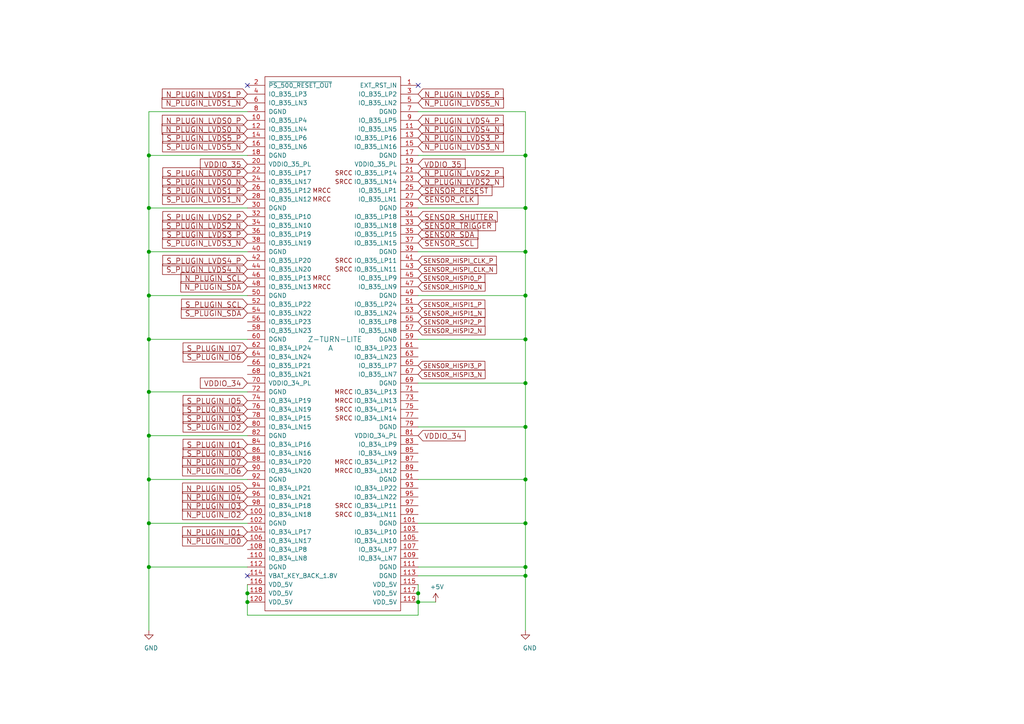
<source format=kicad_sch>
(kicad_sch (version 20201015) (generator eeschema)
  (paper "A4")
  (lib_symbols
    (symbol "power:+5V" (power) (pin_names (offset 0))
      (property "Value" "+5V" (at 0 3.556 0))
      (symbol "+5V_0_1"
        (polyline (pts (xy -0.762 1.27) (xy 0 2.54)))
        (polyline (pts (xy 0 0) (xy 0 2.54)))
        (polyline (pts (xy 0 2.54) (xy 0.762 1.27)))
      )
      (symbol "+5V_1_1"
        (pin power_in line (at 0 0 90) (length 0) hide (name "+5V") (number "1"))
      )
    )
    (symbol "power:GND" (power) (pin_names (offset 0))
      (property "Value" "GND" (at 0 -3.81 0))
      (symbol "GND_0_1"
        (polyline (pts (xy 0 0) (xy 0 -1.27) (xy 1.27 -1.27) (xy 0 -2.54) (xy -1.27 -1.27) (xy 0 -1.27)))
      )
      (symbol "GND_1_1"
        (pin power_in line (at 0 0 270) (length 0) hide (name "GND") (number "1"))
      )
    )
    (symbol "z-turn-lite:Z-TURN-LITE" (pin_names (offset 1.016))
      (property "Reference" "A" (at 1.27 -2.54 0))
      (property "Value" "Z-TURN-LITE" (at 2.54 0 0))
      (symbol "Z-TURN-LITE_0_0"
        (text "SRCC" (at 5.08 -50.8 0) (effects (font (size 1.27 1.27))))
        (text "SRCC" (at 5.08 -48.26 0) (effects (font (size 1.27 1.27))))
        (text "SRCC" (at 5.08 -22.86 0) (effects (font (size 1.27 1.27))))
        (text "SRCC" (at 5.08 -20.32 0) (effects (font (size 1.27 1.27))))
        (text "MRCC" (at 5.08 -35.56 0) (effects (font (size 1.27 1.27))))
        (text "MRCC" (at 5.08 -38.1 0) (effects (font (size 1.27 1.27))))
        (text "MRCC" (at 5.08 -15.24 0) (effects (font (size 1.27 1.27))))
        (text "MRCC" (at 5.08 -17.78 0) (effects (font (size 1.27 1.27))))
        (text "SRCC" (at 5.08 45.72 0) (effects (font (size 1.27 1.27))))
        (text "SRCC" (at 5.08 48.26 0) (effects (font (size 1.27 1.27))))
        (text "SRCC" (at 5.08 20.32 0) (effects (font (size 1.27 1.27))))
        (text "SRCC" (at 5.08 22.86 0) (effects (font (size 1.27 1.27))))
        (text "MRCC" (at -1.27 43.18 0) (effects (font (size 1.27 1.27))))
        (text "MRCC" (at -1.27 40.64 0) (effects (font (size 1.27 1.27))))
        (text "MRCC" (at -1.27 17.78 0) (effects (font (size 1.27 1.27))))
        (text "MRCC" (at -1.27 15.24 0) (effects (font (size 1.27 1.27))))
      )
      (symbol "Z-TURN-LITE_0_1"
        (rectangle (start -17.78 76.2) (end 21.59 -78.74))
      )
      (symbol "Z-TURN-LITE_1_1"
        (pin input line (at 26.67 73.66 180) (length 5.08) (name "EXT_RST_IN") (number "1"))
        (pin bidirectional line (at -22.86 63.5 0) (length 5.08) (name "IO_B35_LP4") (number "10"))
        (pin bidirectional line (at -22.86 -50.8 0) (length 5.08) (name "IO_B34_LN18") (number "100"))
        (pin power_out line (at 26.67 -53.34 180) (length 5.08) (name "DGND") (number "101"))
        (pin power_out line (at -22.86 -53.34 0) (length 5.08) (name "DGND") (number "102"))
        (pin bidirectional line (at 26.67 -55.88 180) (length 5.08) (name "IO_B34_LP10") (number "103"))
        (pin bidirectional line (at -22.86 -55.88 0) (length 5.08) (name "IO_B34_LP17") (number "104"))
        (pin bidirectional line (at 26.67 -58.42 180) (length 5.08) (name "IO_B34_LN10") (number "105"))
        (pin bidirectional line (at -22.86 -58.42 0) (length 5.08) (name "IO_B34_LN17") (number "106"))
        (pin bidirectional line (at 26.67 -60.96 180) (length 5.08) (name "IO_B34_LP7") (number "107"))
        (pin bidirectional line (at -22.86 -60.96 0) (length 5.08) (name "IO_B34_LP8") (number "108"))
        (pin bidirectional line (at 26.67 -63.5 180) (length 5.08) (name "IO_B34_LN7") (number "109"))
        (pin bidirectional line (at 26.67 60.96 180) (length 5.08) (name "IO_B35_LN5") (number "11"))
        (pin bidirectional line (at -22.86 -63.5 0) (length 5.08) (name "IO_B34_LN8") (number "110"))
        (pin power_out line (at 26.67 -66.04 180) (length 5.08) (name "DGND") (number "111"))
        (pin power_out line (at -22.86 -66.04 0) (length 5.08) (name "DGND") (number "112"))
        (pin power_out line (at 26.67 -68.58 180) (length 5.08) (name "DGND") (number "113"))
        (pin bidirectional line (at -22.86 -68.58 0) (length 5.08) (name "VBAT_KEY_BACK_1.8V") (number "114"))
        (pin power_out line (at 26.67 -71.12 180) (length 5.08) (name "VDD_5V") (number "115"))
        (pin power_out line (at -22.86 -71.12 0) (length 5.08) (name "VDD_5V") (number "116"))
        (pin power_out line (at 26.67 -73.66 180) (length 5.08) (name "VDD_5V") (number "117"))
        (pin power_out line (at -22.86 -73.66 0) (length 5.08) (name "VDD_5V") (number "118"))
        (pin power_out line (at 26.67 -76.2 180) (length 5.08) (name "VDD_5V") (number "119"))
        (pin bidirectional line (at -22.86 60.96 0) (length 5.08) (name "IO_B35_LN4") (number "12"))
        (pin power_out line (at -22.86 -76.2 0) (length 5.08) (name "VDD_5V") (number "120"))
        (pin bidirectional line (at 26.67 58.42 180) (length 5.08) (name "IO_B35_LP16") (number "13"))
        (pin bidirectional line (at -22.86 58.42 0) (length 5.08) (name "IO_B35_LP6") (number "14"))
        (pin bidirectional line (at 26.67 55.88 180) (length 5.08) (name "IO_B35_LN16") (number "15"))
        (pin bidirectional line (at -22.86 55.88 0) (length 5.08) (name "IO_B35_LN6") (number "16"))
        (pin power_out line (at 26.67 53.34 180) (length 5.08) (name "DGND") (number "17"))
        (pin power_out line (at -22.86 53.34 0) (length 5.08) (name "DGND") (number "18"))
        (pin power_out line (at 26.67 50.8 180) (length 5.08) (name "VDDIO_35_PL") (number "19"))
        (pin bidirectional line (at -22.86 73.66 0) (length 5.08) (name "~PS_500_RESET_OUT") (number "2"))
        (pin power_out line (at -22.86 50.8 0) (length 5.08) (name "VDDIO_35_PL") (number "20"))
        (pin bidirectional line (at 26.67 48.26 180) (length 5.08) (name "IO_B35_LP14") (number "21"))
        (pin bidirectional line (at -22.86 48.26 0) (length 5.08) (name "IO_B35_LP17") (number "22"))
        (pin bidirectional line (at 26.67 45.72 180) (length 5.08) (name "IO_B35_LN14") (number "23"))
        (pin bidirectional line (at -22.86 45.72 0) (length 5.08) (name "IO_B35_LN17") (number "24"))
        (pin bidirectional line (at 26.67 43.18 180) (length 5.08) (name "IO_B35_LP1") (number "25"))
        (pin bidirectional line (at -22.86 43.18 0) (length 5.08) (name "IO_B35_LP12") (number "26"))
        (pin bidirectional line (at 26.67 40.64 180) (length 5.08) (name "IO_B35_LN1") (number "27"))
        (pin bidirectional line (at -22.86 40.64 0) (length 5.08) (name "IO_B35_LN12") (number "28"))
        (pin power_out line (at 26.67 38.1 180) (length 5.08) (name "DGND") (number "29"))
        (pin bidirectional line (at 26.67 71.12 180) (length 5.08) (name "IO_B35_LP2") (number "3"))
        (pin power_out line (at -22.86 38.1 0) (length 5.08) (name "DGND") (number "30"))
        (pin bidirectional line (at 26.67 35.56 180) (length 5.08) (name "IO_B35_LP18") (number "31"))
        (pin bidirectional line (at -22.86 35.56 0) (length 5.08) (name "IO_B35_LP10") (number "32"))
        (pin bidirectional line (at 26.67 33.02 180) (length 5.08) (name "IO_B35_LN18") (number "33"))
        (pin bidirectional line (at -22.86 33.02 0) (length 5.08) (name "IO_B35_LN10") (number "34"))
        (pin bidirectional line (at 26.67 30.48 180) (length 5.08) (name "IO_B35_LP15") (number "35"))
        (pin bidirectional line (at -22.86 30.48 0) (length 5.08) (name "IO_B35_LP19") (number "36"))
        (pin bidirectional line (at 26.67 27.94 180) (length 5.08) (name "IO_B35_LN15") (number "37"))
        (pin bidirectional line (at -22.86 27.94 0) (length 5.08) (name "IO_B35_LN19") (number "38"))
        (pin power_out line (at 26.67 25.4 180) (length 5.08) (name "DGND") (number "39"))
        (pin bidirectional line (at -22.86 71.12 0) (length 5.08) (name "IO_B35_LP3") (number "4"))
        (pin power_out line (at -22.86 25.4 0) (length 5.08) (name "DGND") (number "40"))
        (pin bidirectional line (at 26.67 22.86 180) (length 5.08) (name "IO_B35_LP11") (number "41"))
        (pin bidirectional line (at -22.86 22.86 0) (length 5.08) (name "IO_B35_LP20") (number "42"))
        (pin bidirectional line (at 26.67 20.32 180) (length 5.08) (name "IO_B35_LN11") (number "43"))
        (pin bidirectional line (at -22.86 20.32 0) (length 5.08) (name "IO_B35_LN20") (number "44"))
        (pin bidirectional line (at 26.67 17.78 180) (length 5.08) (name "IO_B35_LP9") (number "45"))
        (pin bidirectional line (at -22.86 17.78 0) (length 5.08) (name "IO_B35_LP13") (number "46"))
        (pin bidirectional line (at 26.67 15.24 180) (length 5.08) (name "IO_B35_LN9") (number "47"))
        (pin bidirectional line (at -22.86 15.24 0) (length 5.08) (name "IO_B35_LN13") (number "48"))
        (pin power_out line (at 26.67 12.7 180) (length 5.08) (name "DGND") (number "49"))
        (pin bidirectional line (at 26.67 68.58 180) (length 5.08) (name "IO_B35_LN2") (number "5"))
        (pin power_out line (at -22.86 12.7 0) (length 5.08) (name "DGND") (number "50"))
        (pin bidirectional line (at 26.67 10.16 180) (length 5.08) (name "IO_B35_LP24") (number "51"))
        (pin bidirectional line (at -22.86 10.16 0) (length 5.08) (name "IO_B35_LP22") (number "52"))
        (pin bidirectional line (at 26.67 7.62 180) (length 5.08) (name "IO_B35_LN24") (number "53"))
        (pin bidirectional line (at -22.86 7.62 0) (length 5.08) (name "IO_B35_LN22") (number "54"))
        (pin bidirectional line (at 26.67 5.08 180) (length 5.08) (name "IO_B35_LP8") (number "55"))
        (pin bidirectional line (at -22.86 5.08 0) (length 5.08) (name "IO_B35_LP23") (number "56"))
        (pin bidirectional line (at 26.67 2.54 180) (length 5.08) (name "IO_B35_LN8") (number "57"))
        (pin bidirectional line (at -22.86 2.54 0) (length 5.08) (name "IO_B35_LN23") (number "58"))
        (pin power_out line (at 26.67 0 180) (length 5.08) (name "DGND") (number "59"))
        (pin bidirectional line (at -22.86 68.58 0) (length 5.08) (name "IO_B35_LN3") (number "6"))
        (pin power_out line (at -22.86 0 0) (length 5.08) (name "DGND") (number "60"))
        (pin bidirectional line (at 26.67 -2.54 180) (length 5.08) (name "IO_B34_LP23") (number "61"))
        (pin bidirectional line (at -22.86 -2.54 0) (length 5.08) (name "IO_B34_LP24") (number "62"))
        (pin bidirectional line (at 26.67 -5.08 180) (length 5.08) (name "IO_B34_LN23") (number "63"))
        (pin bidirectional line (at -22.86 -5.08 0) (length 5.08) (name "IO_B34_LN24") (number "64"))
        (pin bidirectional line (at 26.67 -7.62 180) (length 5.08) (name "IO_B35_LP7") (number "65"))
        (pin bidirectional line (at -22.86 -7.62 0) (length 5.08) (name "IO_B35_LP21") (number "66"))
        (pin bidirectional line (at 26.67 -10.16 180) (length 5.08) (name "IO_B35_LN7") (number "67"))
        (pin bidirectional line (at -22.86 -10.16 0) (length 5.08) (name "IO_B35_LN21") (number "68"))
        (pin power_out line (at 26.67 -12.7 180) (length 5.08) (name "DGND") (number "69"))
        (pin power_out line (at 26.67 66.04 180) (length 5.08) (name "DGND") (number "7"))
        (pin power_out line (at -22.86 -12.7 0) (length 5.08) (name "VDDIO_34_PL") (number "70"))
        (pin bidirectional line (at 26.67 -15.24 180) (length 5.08) (name "IO_B34_LP13") (number "71"))
        (pin power_out line (at -22.86 -15.24 0) (length 5.08) (name "DGND") (number "72"))
        (pin bidirectional line (at 26.67 -17.78 180) (length 5.08) (name "IO_B34_LN13") (number "73"))
        (pin bidirectional line (at -22.86 -17.78 0) (length 5.08) (name "IO_B34_LP19") (number "74"))
        (pin bidirectional line (at 26.67 -20.32 180) (length 5.08) (name "IO_B34_LP14") (number "75"))
        (pin bidirectional line (at -22.86 -20.32 0) (length 5.08) (name "IO_B34_LN19") (number "76"))
        (pin bidirectional line (at 26.67 -22.86 180) (length 5.08) (name "IO_B34_LN14") (number "77"))
        (pin bidirectional line (at -22.86 -22.86 0) (length 5.08) (name "IO_B34_LP15") (number "78"))
        (pin power_out line (at 26.67 -25.4 180) (length 5.08) (name "DGND") (number "79"))
        (pin power_out line (at -22.86 66.04 0) (length 5.08) (name "DGND") (number "8"))
        (pin bidirectional line (at -22.86 -25.4 0) (length 5.08) (name "IO_B34_LN15") (number "80"))
        (pin power_out line (at 26.67 -27.94 180) (length 5.08) (name "VDDIO_34_PL") (number "81"))
        (pin power_out line (at -22.86 -27.94 0) (length 5.08) (name "DGND") (number "82"))
        (pin bidirectional line (at 26.67 -30.48 180) (length 5.08) (name "IO_B34_LP9") (number "83"))
        (pin bidirectional line (at -22.86 -30.48 0) (length 5.08) (name "IO_B34_LP16") (number "84"))
        (pin bidirectional line (at 26.67 -33.02 180) (length 5.08) (name "IO_B34_LN9") (number "85"))
        (pin bidirectional line (at -22.86 -33.02 0) (length 5.08) (name "IO_B34_LN16") (number "86"))
        (pin bidirectional line (at 26.67 -35.56 180) (length 5.08) (name "IO_B34_LP12") (number "87"))
        (pin bidirectional line (at -22.86 -35.56 0) (length 5.08) (name "IO_B34_LP20") (number "88"))
        (pin bidirectional line (at 26.67 -38.1 180) (length 5.08) (name "IO_B34_LN12") (number "89"))
        (pin bidirectional line (at 26.67 63.5 180) (length 5.08) (name "IO_B35_LP5") (number "9"))
        (pin bidirectional line (at -22.86 -38.1 0) (length 5.08) (name "IO_B34_LN20") (number "90"))
        (pin power_out line (at 26.67 -40.64 180) (length 5.08) (name "DGND") (number "91"))
        (pin power_out line (at -22.86 -40.64 0) (length 5.08) (name "DGND") (number "92"))
        (pin bidirectional line (at 26.67 -43.18 180) (length 5.08) (name "IO_B34_LP22") (number "93"))
        (pin bidirectional line (at -22.86 -43.18 0) (length 5.08) (name "IO_B34_LP21") (number "94"))
        (pin bidirectional line (at 26.67 -45.72 180) (length 5.08) (name "IO_B34_LN22") (number "95"))
        (pin bidirectional line (at -22.86 -45.72 0) (length 5.08) (name "IO_B34_LN21") (number "96"))
        (pin bidirectional line (at 26.67 -48.26 180) (length 5.08) (name "IO_B34_LP11") (number "97"))
        (pin bidirectional line (at -22.86 -48.26 0) (length 5.08) (name "IO_B34_LP18") (number "98"))
        (pin bidirectional line (at 26.67 -50.8 180) (length 5.08) (name "IO_B34_LN11") (number "99"))
      )
    )
  )
  (junction (at 43.18 45.085) (diameter 1.016))
  (junction (at 43.18 60.325) (diameter 1.016))
  (junction (at 43.18 73.025) (diameter 1.016))
  (junction (at 43.18 85.725) (diameter 1.016))
  (junction (at 43.18 98.425) (diameter 1.016))
  (junction (at 43.18 113.665) (diameter 1.016))
  (junction (at 43.18 126.365) (diameter 1.016))
  (junction (at 43.18 139.065) (diameter 1.016))
  (junction (at 43.18 151.765) (diameter 1.016))
  (junction (at 43.18 164.465) (diameter 1.016))
  (junction (at 71.755 172.085) (diameter 1.016))
  (junction (at 71.755 174.625) (diameter 1.016))
  (junction (at 121.285 172.085) (diameter 1.016))
  (junction (at 121.285 174.625) (diameter 1.016))
  (junction (at 152.4 45.085) (diameter 1.016))
  (junction (at 152.4 60.325) (diameter 1.016))
  (junction (at 152.4 73.025) (diameter 1.016))
  (junction (at 152.4 85.725) (diameter 1.016))
  (junction (at 152.4 98.425) (diameter 1.016))
  (junction (at 152.4 111.125) (diameter 1.016))
  (junction (at 152.4 123.825) (diameter 1.016))
  (junction (at 152.4 139.065) (diameter 1.016))
  (junction (at 152.4 151.765) (diameter 1.016))
  (junction (at 152.4 164.465) (diameter 1.016))
  (junction (at 152.4 167.005) (diameter 1.016))
  (no_connect (at 71.755 24.765))
  (no_connect (at 71.755 167.005))
  (no_connect (at 121.285 24.765))
  (wire (pts (xy 43.18 32.385) (xy 43.18 45.085)))
  (wire (pts (xy 43.18 32.385) (xy 71.755 32.385)))
  (wire (pts (xy 43.18 45.085) (xy 43.18 60.325)))
  (wire (pts (xy 43.18 45.085) (xy 71.755 45.085)))
  (wire (pts (xy 43.18 60.325) (xy 43.18 73.025)))
  (wire (pts (xy 43.18 60.325) (xy 71.755 60.325)))
  (wire (pts (xy 43.18 73.025) (xy 43.18 85.725)))
  (wire (pts (xy 43.18 73.025) (xy 71.755 73.025)))
  (wire (pts (xy 43.18 85.725) (xy 43.18 98.425)))
  (wire (pts (xy 43.18 85.725) (xy 71.755 85.725)))
  (wire (pts (xy 43.18 98.425) (xy 43.18 113.665)))
  (wire (pts (xy 43.18 98.425) (xy 71.755 98.425)))
  (wire (pts (xy 43.18 113.665) (xy 43.18 126.365)))
  (wire (pts (xy 43.18 113.665) (xy 71.755 113.665)))
  (wire (pts (xy 43.18 126.365) (xy 43.18 139.065)))
  (wire (pts (xy 43.18 126.365) (xy 71.755 126.365)))
  (wire (pts (xy 43.18 139.065) (xy 43.18 151.765)))
  (wire (pts (xy 43.18 139.065) (xy 71.755 139.065)))
  (wire (pts (xy 43.18 151.765) (xy 43.18 164.465)))
  (wire (pts (xy 43.18 151.765) (xy 71.755 151.765)))
  (wire (pts (xy 43.18 164.465) (xy 43.18 182.88)))
  (wire (pts (xy 43.18 164.465) (xy 71.755 164.465)))
  (wire (pts (xy 71.755 169.545) (xy 71.755 172.085)))
  (wire (pts (xy 71.755 172.085) (xy 71.755 174.625)))
  (wire (pts (xy 71.755 174.625) (xy 71.755 178.435)))
  (wire (pts (xy 71.755 178.435) (xy 121.285 178.435)))
  (wire (pts (xy 121.285 32.385) (xy 152.4 32.385)))
  (wire (pts (xy 121.285 45.085) (xy 152.4 45.085)))
  (wire (pts (xy 121.285 60.325) (xy 152.4 60.325)))
  (wire (pts (xy 121.285 73.025) (xy 152.4 73.025)))
  (wire (pts (xy 121.285 85.725) (xy 152.4 85.725)))
  (wire (pts (xy 121.285 98.425) (xy 152.4 98.425)))
  (wire (pts (xy 121.285 111.125) (xy 152.4 111.125)))
  (wire (pts (xy 121.285 123.825) (xy 152.4 123.825)))
  (wire (pts (xy 121.285 139.065) (xy 152.4 139.065)))
  (wire (pts (xy 121.285 151.765) (xy 152.4 151.765)))
  (wire (pts (xy 121.285 164.465) (xy 152.4 164.465)))
  (wire (pts (xy 121.285 167.005) (xy 152.4 167.005)))
  (wire (pts (xy 121.285 169.545) (xy 121.285 172.085)))
  (wire (pts (xy 121.285 172.085) (xy 121.285 174.625)))
  (wire (pts (xy 121.285 174.625) (xy 126.365 174.625)))
  (wire (pts (xy 121.285 178.435) (xy 121.285 174.625)))
  (wire (pts (xy 152.4 32.385) (xy 152.4 45.085)))
  (wire (pts (xy 152.4 45.085) (xy 152.4 60.325)))
  (wire (pts (xy 152.4 60.325) (xy 152.4 73.025)))
  (wire (pts (xy 152.4 73.025) (xy 152.4 85.725)))
  (wire (pts (xy 152.4 85.725) (xy 152.4 98.425)))
  (wire (pts (xy 152.4 98.425) (xy 152.4 111.125)))
  (wire (pts (xy 152.4 111.125) (xy 152.4 123.825)))
  (wire (pts (xy 152.4 123.825) (xy 152.4 139.065)))
  (wire (pts (xy 152.4 139.065) (xy 152.4 151.765)))
  (wire (pts (xy 152.4 151.765) (xy 152.4 164.465)))
  (wire (pts (xy 152.4 164.465) (xy 152.4 167.005)))
  (wire (pts (xy 152.4 167.005) (xy 152.4 182.88)))
  (global_label "N_PLUGIN_LVDS1_P" (shape input) (at 71.755 27.305 180) (property "Intersheet References" "${INTERSHEET_REFS}" (effects hide)) (effects (font (size 1.524 1.524))))
  (global_label "N_PLUGIN_LVDS1_N" (shape input) (at 71.755 29.845 180) (property "Intersheet References" "${INTERSHEET_REFS}" (effects hide)) (effects (font (size 1.524 1.524))))
  (global_label "N_PLUGIN_LVDS0_P" (shape input) (at 71.755 34.925 180) (property "Intersheet References" "${INTERSHEET_REFS}" (effects hide)) (effects (font (size 1.524 1.524))))
  (global_label "N_PLUGIN_LVDS0_N" (shape input) (at 71.755 37.465 180) (property "Intersheet References" "${INTERSHEET_REFS}" (effects hide)) (effects (font (size 1.524 1.524))))
  (global_label "S_PLUGIN_LVDS5_P" (shape input) (at 71.755 40.005 180) (property "Intersheet References" "${INTERSHEET_REFS}" (effects hide)) (effects (font (size 1.524 1.524))))
  (global_label "S_PLUGIN_LVDS5_N" (shape input) (at 71.755 42.545 180) (property "Intersheet References" "${INTERSHEET_REFS}" (effects hide)) (effects (font (size 1.524 1.524))))
  (global_label "VDDIO_35" (shape input) (at 71.755 47.625 180) (property "Intersheet References" "${INTERSHEET_REFS}" (effects hide)) (effects (font (size 1.524 1.524))))
  (global_label "S_PLUGIN_LVDS0_P" (shape input) (at 71.755 50.165 180) (property "Intersheet References" "${INTERSHEET_REFS}" (effects hide)) (effects (font (size 1.524 1.524))))
  (global_label "S_PLUGIN_LVDS0_N" (shape input) (at 71.755 52.705 180) (property "Intersheet References" "${INTERSHEET_REFS}" (effects hide)) (effects (font (size 1.524 1.524))))
  (global_label "S_PLUGIN_LVDS1_P" (shape input) (at 71.755 55.245 180) (property "Intersheet References" "${INTERSHEET_REFS}" (effects hide)) (effects (font (size 1.524 1.524))))
  (global_label "S_PLUGIN_LVDS1_N" (shape input) (at 71.755 57.785 180) (property "Intersheet References" "${INTERSHEET_REFS}" (effects hide)) (effects (font (size 1.524 1.524))))
  (global_label "S_PLUGIN_LVDS2_P" (shape input) (at 71.755 62.865 180) (property "Intersheet References" "${INTERSHEET_REFS}" (effects hide)) (effects (font (size 1.524 1.524))))
  (global_label "S_PLUGIN_LVDS2_N" (shape input) (at 71.755 65.405 180) (property "Intersheet References" "${INTERSHEET_REFS}" (effects hide)) (effects (font (size 1.524 1.524))))
  (global_label "S_PLUGIN_LVDS3_P" (shape input) (at 71.755 67.945 180) (property "Intersheet References" "${INTERSHEET_REFS}" (effects hide)) (effects (font (size 1.524 1.524))))
  (global_label "S_PLUGIN_LVDS3_N" (shape input) (at 71.755 70.485 180) (property "Intersheet References" "${INTERSHEET_REFS}" (effects hide)) (effects (font (size 1.524 1.524))))
  (global_label "S_PLUGIN_LVDS4_P" (shape input) (at 71.755 75.565 180) (property "Intersheet References" "${INTERSHEET_REFS}" (effects hide)) (effects (font (size 1.524 1.524))))
  (global_label "S_PLUGIN_LVDS4_N" (shape input) (at 71.755 78.105 180) (property "Intersheet References" "${INTERSHEET_REFS}" (effects hide)) (effects (font (size 1.524 1.524))))
  (global_label "N_PLUGIN_SCL" (shape input) (at 71.755 80.645 180) (property "Intersheet References" "${INTERSHEET_REFS}" (effects hide)) (effects (font (size 1.524 1.524))))
  (global_label "N_PLUGIN_SDA" (shape input) (at 71.755 83.185 180) (property "Intersheet References" "${INTERSHEET_REFS}" (effects hide)) (effects (font (size 1.524 1.524))))
  (global_label "S_PLUGIN_SCL" (shape input) (at 71.755 88.265 180) (property "Intersheet References" "${INTERSHEET_REFS}" (effects hide)) (effects (font (size 1.524 1.524))))
  (global_label "S_PLUGIN_SDA" (shape input) (at 71.755 90.805 180) (property "Intersheet References" "${INTERSHEET_REFS}" (effects hide)) (effects (font (size 1.524 1.524))))
  (global_label "S_PLUGIN_IO7" (shape input) (at 71.755 100.965 180) (property "Intersheet References" "${INTERSHEET_REFS}" (effects hide)) (effects (font (size 1.524 1.524))))
  (global_label "S_PLUGIN_IO6" (shape input) (at 71.755 103.505 180) (property "Intersheet References" "${INTERSHEET_REFS}" (effects hide)) (effects (font (size 1.524 1.524))))
  (global_label "VDDIO_34" (shape input) (at 71.755 111.125 180) (property "Intersheet References" "${INTERSHEET_REFS}" (effects hide)) (effects (font (size 1.524 1.524))))
  (global_label "S_PLUGIN_IO5" (shape input) (at 71.755 116.205 180) (property "Intersheet References" "${INTERSHEET_REFS}" (effects hide)) (effects (font (size 1.524 1.524))))
  (global_label "S_PLUGIN_IO4" (shape input) (at 71.755 118.745 180) (property "Intersheet References" "${INTERSHEET_REFS}" (effects hide)) (effects (font (size 1.524 1.524))))
  (global_label "S_PLUGIN_IO3" (shape input) (at 71.755 121.285 180) (property "Intersheet References" "${INTERSHEET_REFS}" (effects hide)) (effects (font (size 1.524 1.524))))
  (global_label "S_PLUGIN_IO2" (shape input) (at 71.755 123.825 180) (property "Intersheet References" "${INTERSHEET_REFS}" (effects hide)) (effects (font (size 1.524 1.524))))
  (global_label "S_PLUGIN_IO1" (shape input) (at 71.755 128.905 180) (property "Intersheet References" "${INTERSHEET_REFS}" (effects hide)) (effects (font (size 1.524 1.524))))
  (global_label "S_PLUGIN_IO0" (shape input) (at 71.755 131.445 180) (property "Intersheet References" "${INTERSHEET_REFS}" (effects hide)) (effects (font (size 1.524 1.524))))
  (global_label "N_PLUGIN_IO7" (shape input) (at 71.755 133.985 180) (property "Intersheet References" "${INTERSHEET_REFS}" (effects hide)) (effects (font (size 1.524 1.524))))
  (global_label "N_PLUGIN_IO6" (shape input) (at 71.755 136.525 180) (property "Intersheet References" "${INTERSHEET_REFS}" (effects hide)) (effects (font (size 1.524 1.524))))
  (global_label "N_PLUGIN_IO5" (shape input) (at 71.755 141.605 180) (property "Intersheet References" "${INTERSHEET_REFS}" (effects hide)) (effects (font (size 1.524 1.524))))
  (global_label "N_PLUGIN_IO4" (shape input) (at 71.755 144.145 180) (property "Intersheet References" "${INTERSHEET_REFS}" (effects hide)) (effects (font (size 1.524 1.524))))
  (global_label "N_PLUGIN_IO3" (shape input) (at 71.755 146.685 180) (property "Intersheet References" "${INTERSHEET_REFS}" (effects hide)) (effects (font (size 1.524 1.524))))
  (global_label "N_PLUGIN_IO2" (shape input) (at 71.755 149.225 180) (property "Intersheet References" "${INTERSHEET_REFS}" (effects hide)) (effects (font (size 1.524 1.524))))
  (global_label "N_PLUGIN_IO1" (shape input) (at 71.755 154.305 180) (property "Intersheet References" "${INTERSHEET_REFS}" (effects hide)) (effects (font (size 1.524 1.524))))
  (global_label "N_PLUGIN_IO0" (shape input) (at 71.755 156.845 180) (property "Intersheet References" "${INTERSHEET_REFS}" (effects hide)) (effects (font (size 1.524 1.524))))
  (global_label "N_PLUGIN_LVDS5_P" (shape input) (at 121.285 27.305 0) (property "Intersheet References" "${INTERSHEET_REFS}" (effects hide)) (effects (font (size 1.524 1.524))))
  (global_label "N_PLUGIN_LVDS5_N" (shape input) (at 121.285 29.845 0) (property "Intersheet References" "${INTERSHEET_REFS}" (effects hide)) (effects (font (size 1.524 1.524))))
  (global_label "N_PLUGIN_LVDS4_P" (shape input) (at 121.285 34.925 0) (property "Intersheet References" "${INTERSHEET_REFS}" (effects hide)) (effects (font (size 1.524 1.524))))
  (global_label "N_PLUGIN_LVDS4_N" (shape input) (at 121.285 37.465 0) (property "Intersheet References" "${INTERSHEET_REFS}" (effects hide)) (effects (font (size 1.524 1.524))))
  (global_label "N_PLUGIN_LVDS3_P" (shape input) (at 121.285 40.005 0) (property "Intersheet References" "${INTERSHEET_REFS}" (effects hide)) (effects (font (size 1.524 1.524))))
  (global_label "N_PLUGIN_LVDS3_N" (shape input) (at 121.285 42.545 0) (property "Intersheet References" "${INTERSHEET_REFS}" (effects hide)) (effects (font (size 1.524 1.524))))
  (global_label "VDDIO_35" (shape input) (at 121.285 47.625 0) (property "Intersheet References" "${INTERSHEET_REFS}" (effects hide)) (effects (font (size 1.524 1.524))))
  (global_label "N_PLUGIN_LVDS2_P" (shape input) (at 121.285 50.165 0) (property "Intersheet References" "${INTERSHEET_REFS}" (effects hide)) (effects (font (size 1.524 1.524))))
  (global_label "N_PLUGIN_LVDS2_N" (shape input) (at 121.285 52.705 0) (property "Intersheet References" "${INTERSHEET_REFS}" (effects hide)) (effects (font (size 1.524 1.524))))
  (global_label "SENSOR_RESEST" (shape input) (at 121.285 55.245 0) (property "Intersheet References" "${INTERSHEET_REFS}" (effects hide)) (effects (font (size 1.524 1.524))))
  (global_label "SENSOR_CLK" (shape input) (at 121.285 57.785 0) (property "Intersheet References" "${INTERSHEET_REFS}" (effects hide)) (effects (font (size 1.524 1.524))))
  (global_label "SENSOR_SHUTTER" (shape input) (at 121.285 62.865 0) (property "Intersheet References" "${INTERSHEET_REFS}" (effects hide)) (effects (font (size 1.524 1.524))))
  (global_label "SENSOR_TRIGGER" (shape input) (at 121.285 65.405 0) (property "Intersheet References" "${INTERSHEET_REFS}" (effects hide)) (effects (font (size 1.524 1.524))))
  (global_label "SENSOR_SDA" (shape input) (at 121.285 67.945 0) (property "Intersheet References" "${INTERSHEET_REFS}" (effects hide)) (effects (font (size 1.524 1.524))))
  (global_label "SENSOR_SCL" (shape input) (at 121.285 70.485 0) (property "Intersheet References" "${INTERSHEET_REFS}" (effects hide)) (effects (font (size 1.524 1.524))))
  (global_label "SENSOR_HISPI_CLK_P" (shape input) (at 121.285 75.565 0) (property "Intersheet References" "${INTERSHEET_REFS}" (effects hide)))
  (global_label "SENSOR_HISPI_CLK_N" (shape input) (at 121.285 78.105 0) (property "Intersheet References" "${INTERSHEET_REFS}" (effects hide)))
  (global_label "SENSOR_HISPI0_P" (shape input) (at 121.285 80.645 0) (property "Intersheet References" "${INTERSHEET_REFS}" (effects hide)))
  (global_label "SENSOR_HISPI0_N" (shape input) (at 121.285 83.185 0) (property "Intersheet References" "${INTERSHEET_REFS}" (effects hide)))
  (global_label "SENSOR_HISPI1_P" (shape input) (at 121.285 88.265 0) (property "Intersheet References" "${INTERSHEET_REFS}" (effects hide)))
  (global_label "SENSOR_HISPI1_N" (shape input) (at 121.285 90.805 0) (property "Intersheet References" "${INTERSHEET_REFS}" (effects hide)))
  (global_label "SENSOR_HISPI2_P" (shape input) (at 121.285 93.345 0) (property "Intersheet References" "${INTERSHEET_REFS}" (effects hide)))
  (global_label "SENSOR_HISPI2_N" (shape input) (at 121.285 95.885 0) (property "Intersheet References" "${INTERSHEET_REFS}" (effects hide)))
  (global_label "SENSOR_HISPI3_P" (shape input) (at 121.285 106.045 0) (property "Intersheet References" "${INTERSHEET_REFS}" (effects hide)))
  (global_label "SENSOR_HISPI3_N" (shape input) (at 121.285 108.585 0) (property "Intersheet References" "${INTERSHEET_REFS}" (effects hide)))
  (global_label "VDDIO_34" (shape input) (at 121.285 126.365 0) (property "Intersheet References" "${INTERSHEET_REFS}" (effects hide)) (effects (font (size 1.524 1.524))))
  (symbol (lib_id "power:+5V") (at 126.365 174.625 0) (unit 1)
    (property "Reference" "#PWR?" (effects hide))
    (property "Value" "+5V" (at 126.746 170.2308 0))
  )
  (symbol (lib_id "power:GND") (at 43.18 182.88 0) (unit 1)
    (property "Reference" "#PWR?" (effects hide))
    (property "Value" "GND" (at 43.815 187.96 0))
  )
  (symbol (lib_id "power:GND") (at 152.4 182.88 0) (unit 1)
    (property "Reference" "#PWR?" (effects hide))
    (property "Value" "GND" (at 153.67 187.96 0))
  )
  (symbol (lib_id "z-turn-lite:Z-TURN-LITE") (at 94.615 98.425 0) (unit 1)
    (property "Reference" "A" (at 95.885 100.965 0) (effects (font (size 1.524 1.524))))
    (property "Value" "Z-TURN-LITE" (at 97.155 98.425 0) (effects (font (size 1.524 1.524))))
    (property "Footprint" "parts:CONN_BTH-060-XX-X-D-LC" (effects hide))
  )
)
</source>
